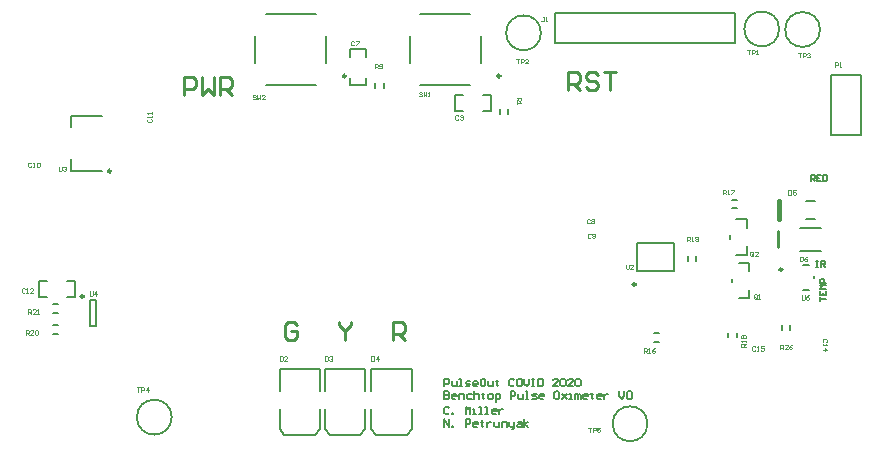
<source format=gto>
G04*
G04 #@! TF.GenerationSoftware,Altium Limited,Altium Designer,20.1.7 (139)*
G04*
G04 Layer_Color=65535*
%FSLAX23Y23*%
%MOIN*%
G70*
G04*
G04 #@! TF.SameCoordinates,7C998F9C-D2B3-43E1-8EDA-AE96681A2DE1*
G04*
G04*
G04 #@! TF.FilePolarity,Positive*
G04*
G01*
G75*
%ADD10C,0.010*%
%ADD11C,0.007*%
%ADD12C,0.007*%
%ADD13C,0.008*%
%ADD14C,0.016*%
%ADD15C,0.010*%
%ADD16C,0.005*%
%ADD17C,0.004*%
D10*
X2305Y554D02*
G03*
X2305Y554I-5J0D01*
G01*
X2794Y604D02*
G03*
X2794Y604I-5J0D01*
G01*
X465Y514D02*
G03*
X465Y514I-5J0D01*
G01*
X1854Y1249D02*
G03*
X1854Y1249I-5J0D01*
G01*
X1339D02*
G03*
X1339Y1249I-5J0D01*
G01*
X556Y932D02*
G03*
X556Y932I-5J0D01*
G01*
D11*
X2919Y1404D02*
G03*
X2919Y1404I-58J0D01*
G01*
X2783Y1406D02*
G03*
X2783Y1406I-58J0D01*
G01*
X1989Y1393D02*
G03*
X1989Y1393I-58J0D01*
G01*
X2344Y90D02*
G03*
X2344Y90I-58J0D01*
G01*
X758Y112D02*
G03*
X758Y112I-58J0D01*
G01*
X1796Y1187D02*
X1822D01*
Y1133D02*
Y1187D01*
X1796Y1133D02*
X1822D01*
X1703D02*
X1728D01*
X1703D02*
Y1187D01*
X1728D01*
X316Y566D02*
X342D01*
X316Y512D02*
Y566D01*
Y512D02*
X342D01*
X410D02*
X436D01*
Y566D01*
X410D02*
X436D01*
X1407Y1312D02*
Y1338D01*
X1353D02*
X1407D01*
X1353Y1312D02*
Y1338D01*
Y1219D02*
Y1244D01*
Y1219D02*
X1407D01*
Y1244D01*
D12*
X2852Y666D02*
X2922D01*
X2852Y744D02*
X2922D01*
D13*
X2872Y833D02*
X2904D01*
X2872Y774D02*
X2904D01*
X2627Y561D02*
Y574D01*
X2648Y508D02*
X2683D01*
Y598D02*
Y627D01*
Y508D02*
Y537D01*
X2648Y627D02*
X2683D01*
X2640Y773D02*
X2675D01*
Y653D02*
Y682D01*
Y744D02*
Y773D01*
X2640Y653D02*
X2675D01*
X2620Y706D02*
Y720D01*
X2507Y633D02*
Y649D01*
X2479Y633D02*
Y649D01*
X2432Y600D02*
Y691D01*
X2310Y600D02*
Y691D01*
X2432D01*
X2310Y600D02*
X2432D01*
X2861Y620D02*
X2883D01*
X2900Y575D02*
Y581D01*
X2861Y536D02*
X2883D01*
X2035Y1358D02*
Y1458D01*
X2635Y1358D02*
Y1458D01*
X2035Y1358D02*
X2635D01*
X2035Y1458D02*
X2635D01*
X1851Y1123D02*
Y1139D01*
X1879Y1123D02*
Y1139D01*
X2625Y836D02*
X2641D01*
X2625Y808D02*
X2641D01*
X2642Y378D02*
Y394D01*
X2614Y378D02*
Y394D01*
X2365Y363D02*
X2381D01*
X2365Y391D02*
X2381D01*
X2819Y402D02*
Y418D01*
X2791Y402D02*
Y418D01*
X2956Y1254D02*
X3056D01*
Y1054D02*
Y1254D01*
X2956Y1054D02*
X3056D01*
X2956D02*
Y1254D01*
X487Y502D02*
X507D01*
X487Y416D02*
X507D01*
X487D02*
Y502D01*
X507Y416D02*
Y502D01*
X364Y460D02*
X380D01*
X364Y488D02*
X380D01*
X364Y418D02*
X380D01*
X364Y390D02*
X380D01*
X1788Y1294D02*
Y1382D01*
X1552Y1294D02*
Y1381D01*
X1587Y1220D02*
X1753D01*
X1587Y1456D02*
X1753D01*
X1437Y1209D02*
Y1225D01*
X1465Y1209D02*
Y1225D01*
X1273Y1294D02*
Y1382D01*
X1037Y1294D02*
Y1381D01*
X1072Y1220D02*
X1238D01*
X1072Y1456D02*
X1238D01*
X1424Y198D02*
Y273D01*
X1558Y198D02*
Y273D01*
X1424D02*
X1558D01*
X1440Y52D02*
X1542D01*
X1424Y72D02*
Y139D01*
X1542Y52D02*
X1558Y72D01*
X1424D02*
X1440Y52D01*
X1558Y72D02*
Y139D01*
X1269Y198D02*
Y273D01*
X1403Y198D02*
Y273D01*
X1269D02*
X1403D01*
X1285Y52D02*
X1387D01*
X1269Y72D02*
Y139D01*
X1387Y52D02*
X1403Y72D01*
X1269D02*
X1285Y52D01*
X1403Y72D02*
Y139D01*
X1118Y198D02*
Y273D01*
X1251Y198D02*
Y273D01*
X1118D02*
X1251D01*
X1133Y52D02*
X1236D01*
X1118Y72D02*
Y139D01*
X1236Y52D02*
X1251Y72D01*
X1118D02*
X1133Y52D01*
X1251Y72D02*
Y139D01*
X423Y1078D02*
Y1116D01*
X525D01*
X423Y934D02*
Y972D01*
Y934D02*
X525D01*
D14*
X2782Y774D02*
Y833D01*
D15*
X2779Y678D02*
Y733D01*
X2079Y1201D02*
Y1261D01*
X2109D01*
X2119Y1251D01*
Y1231D01*
X2109Y1221D01*
X2079D01*
X2099D02*
X2119Y1201D01*
X2179Y1251D02*
X2169Y1261D01*
X2149D01*
X2139Y1251D01*
Y1241D01*
X2149Y1231D01*
X2169D01*
X2179Y1221D01*
Y1211D01*
X2169Y1201D01*
X2149D01*
X2139Y1211D01*
X2199Y1261D02*
X2239D01*
X2219D01*
Y1201D01*
X800Y1187D02*
Y1247D01*
X830D01*
X840Y1237D01*
Y1217D01*
X830Y1207D01*
X800D01*
X860Y1247D02*
Y1187D01*
X880Y1207D01*
X900Y1187D01*
Y1247D01*
X920Y1187D02*
Y1247D01*
X950D01*
X960Y1237D01*
Y1217D01*
X950Y1207D01*
X920D01*
X940D02*
X960Y1187D01*
X1175Y420D02*
X1165Y430D01*
X1145D01*
X1135Y420D01*
Y380D01*
X1145Y370D01*
X1165D01*
X1175Y380D01*
Y400D01*
X1155D01*
X1315Y430D02*
Y420D01*
X1335Y400D01*
X1355Y420D01*
Y430D01*
X1335Y400D02*
Y370D01*
X1495D02*
Y430D01*
X1525D01*
X1535Y420D01*
Y400D01*
X1525Y390D01*
X1495D01*
X1515D02*
X1535Y370D01*
D16*
X2919Y500D02*
Y513D01*
Y507D01*
X2939D01*
X2919Y533D02*
Y520D01*
X2939D01*
Y533D01*
X2929Y520D02*
Y527D01*
X2939Y540D02*
X2919D01*
X2926Y547D01*
X2919Y553D01*
X2939D01*
Y560D02*
X2919D01*
Y570D01*
X2922Y573D01*
X2929D01*
X2932Y570D01*
Y560D01*
X1667Y215D02*
Y240D01*
X1679D01*
X1684Y235D01*
Y227D01*
X1679Y223D01*
X1667D01*
X1692Y231D02*
Y219D01*
X1696Y215D01*
X1709D01*
Y231D01*
X1717Y215D02*
X1725D01*
X1721D01*
Y240D01*
X1717D01*
X1738Y215D02*
X1750D01*
X1754Y219D01*
X1750Y223D01*
X1742D01*
X1738Y227D01*
X1742Y231D01*
X1754D01*
X1775Y215D02*
X1767D01*
X1763Y219D01*
Y227D01*
X1767Y231D01*
X1775D01*
X1779Y227D01*
Y223D01*
X1763D01*
X1800Y240D02*
X1792D01*
X1788Y235D01*
Y219D01*
X1792Y215D01*
X1800D01*
X1804Y219D01*
Y235D01*
X1800Y240D01*
X1813Y231D02*
Y219D01*
X1817Y215D01*
X1829D01*
Y231D01*
X1842Y235D02*
Y231D01*
X1838D01*
X1846D01*
X1842D01*
Y219D01*
X1846Y215D01*
X1900Y235D02*
X1896Y240D01*
X1888D01*
X1884Y235D01*
Y219D01*
X1888Y215D01*
X1896D01*
X1900Y219D01*
X1921Y240D02*
X1913D01*
X1909Y235D01*
Y219D01*
X1913Y215D01*
X1921D01*
X1925Y219D01*
Y235D01*
X1921Y240D01*
X1934D02*
Y223D01*
X1942Y215D01*
X1950Y223D01*
Y240D01*
X1959D02*
X1967D01*
X1963D01*
Y215D01*
X1959D01*
X1967D01*
X1979Y240D02*
Y215D01*
X1992D01*
X1996Y219D01*
Y235D01*
X1992Y240D01*
X1979D01*
X2046Y215D02*
X2029D01*
X2046Y231D01*
Y235D01*
X2042Y240D01*
X2034D01*
X2029Y235D01*
X2054D02*
X2059Y240D01*
X2067D01*
X2071Y235D01*
Y219D01*
X2067Y215D01*
X2059D01*
X2054Y219D01*
Y235D01*
X2096Y215D02*
X2079D01*
X2096Y231D01*
Y235D01*
X2092Y240D01*
X2084D01*
X2079Y235D01*
X2104D02*
X2109Y240D01*
X2117D01*
X2121Y235D01*
Y219D01*
X2117Y215D01*
X2109D01*
X2104Y219D01*
Y235D01*
X1667Y198D02*
Y173D01*
X1679D01*
X1684Y177D01*
Y181D01*
X1679Y185D01*
X1667D01*
X1679D01*
X1684Y189D01*
Y193D01*
X1679Y198D01*
X1667D01*
X1704Y173D02*
X1696D01*
X1692Y177D01*
Y185D01*
X1696Y189D01*
X1704D01*
X1709Y185D01*
Y181D01*
X1692D01*
X1717Y173D02*
Y189D01*
X1729D01*
X1734Y185D01*
Y173D01*
X1759Y189D02*
X1746D01*
X1742Y185D01*
Y177D01*
X1746Y173D01*
X1759D01*
X1767Y198D02*
Y173D01*
Y185D01*
X1771Y189D01*
X1779D01*
X1784Y185D01*
Y173D01*
X1796Y193D02*
Y189D01*
X1792D01*
X1800D01*
X1796D01*
Y177D01*
X1800Y173D01*
X1817D02*
X1825D01*
X1829Y177D01*
Y185D01*
X1825Y189D01*
X1817D01*
X1813Y185D01*
Y177D01*
X1817Y173D01*
X1838Y164D02*
Y189D01*
X1850D01*
X1854Y185D01*
Y177D01*
X1850Y173D01*
X1838D01*
X1888D02*
Y198D01*
X1900D01*
X1904Y193D01*
Y185D01*
X1900Y181D01*
X1888D01*
X1913Y189D02*
Y177D01*
X1917Y173D01*
X1929D01*
Y189D01*
X1938Y173D02*
X1946D01*
X1942D01*
Y198D01*
X1938D01*
X1959Y173D02*
X1971D01*
X1975Y177D01*
X1971Y181D01*
X1963D01*
X1959Y185D01*
X1963Y189D01*
X1975D01*
X1996Y173D02*
X1988D01*
X1984Y177D01*
Y185D01*
X1988Y189D01*
X1996D01*
X2000Y185D01*
Y181D01*
X1984D01*
X2046Y198D02*
X2038D01*
X2034Y193D01*
Y177D01*
X2038Y173D01*
X2046D01*
X2050Y177D01*
Y193D01*
X2046Y198D01*
X2059Y189D02*
X2075Y173D01*
X2067Y181D01*
X2075Y189D01*
X2059Y173D01*
X2084D02*
X2092D01*
X2088D01*
Y189D01*
X2084D01*
X2104Y173D02*
Y189D01*
X2109D01*
X2113Y185D01*
Y173D01*
Y185D01*
X2117Y189D01*
X2121Y185D01*
Y173D01*
X2142D02*
X2134D01*
X2129Y177D01*
Y185D01*
X2134Y189D01*
X2142D01*
X2146Y185D01*
Y181D01*
X2129D01*
X2159Y193D02*
Y189D01*
X2154D01*
X2163D01*
X2159D01*
Y177D01*
X2163Y173D01*
X2188D02*
X2179D01*
X2175Y177D01*
Y185D01*
X2179Y189D01*
X2188D01*
X2192Y185D01*
Y181D01*
X2175D01*
X2200Y189D02*
Y173D01*
Y181D01*
X2204Y185D01*
X2208Y189D01*
X2213D01*
X2250Y198D02*
Y181D01*
X2258Y173D01*
X2267Y181D01*
Y198D01*
X2275Y193D02*
X2279Y198D01*
X2288D01*
X2292Y193D01*
Y177D01*
X2288Y173D01*
X2279D01*
X2275Y177D01*
Y193D01*
X1684Y143D02*
X1679Y147D01*
X1671D01*
X1667Y143D01*
Y126D01*
X1671Y122D01*
X1679D01*
X1684Y126D01*
X1692Y122D02*
Y126D01*
X1696D01*
Y122D01*
X1692D01*
X1738D02*
Y147D01*
X1746Y139D01*
X1754Y147D01*
Y122D01*
X1763D02*
X1771D01*
X1767D01*
Y139D01*
X1763D01*
X1784Y122D02*
X1792D01*
X1788D01*
Y147D01*
X1784D01*
X1804Y122D02*
X1813D01*
X1809D01*
Y147D01*
X1804D01*
X1838Y122D02*
X1829D01*
X1825Y126D01*
Y135D01*
X1829Y139D01*
X1838D01*
X1842Y135D01*
Y131D01*
X1825D01*
X1850Y139D02*
Y122D01*
Y131D01*
X1854Y135D01*
X1859Y139D01*
X1863D01*
X1667Y80D02*
Y105D01*
X1684Y80D01*
Y105D01*
X1692Y80D02*
Y84D01*
X1696D01*
Y80D01*
X1692D01*
X1738D02*
Y105D01*
X1750D01*
X1754Y101D01*
Y93D01*
X1750Y89D01*
X1738D01*
X1775Y80D02*
X1767D01*
X1763Y84D01*
Y93D01*
X1767Y97D01*
X1775D01*
X1779Y93D01*
Y89D01*
X1763D01*
X1792Y101D02*
Y97D01*
X1788D01*
X1796D01*
X1792D01*
Y84D01*
X1796Y80D01*
X1809Y97D02*
Y80D01*
Y89D01*
X1813Y93D01*
X1817Y97D01*
X1821D01*
X1834D02*
Y84D01*
X1838Y80D01*
X1850D01*
Y97D01*
X1859Y80D02*
Y97D01*
X1871D01*
X1875Y93D01*
Y80D01*
X1884Y97D02*
Y84D01*
X1888Y80D01*
X1900D01*
Y76D01*
X1896Y72D01*
X1892D01*
X1900Y80D02*
Y97D01*
X1913D02*
X1921D01*
X1925Y93D01*
Y80D01*
X1913D01*
X1909Y84D01*
X1913Y89D01*
X1925D01*
X1934Y80D02*
Y105D01*
Y89D02*
X1946Y97D01*
X1934Y89D02*
X1946Y80D01*
X2889Y898D02*
Y918D01*
X2899D01*
X2902Y915D01*
Y908D01*
X2899Y905D01*
X2889D01*
X2896D02*
X2902Y898D01*
X2922Y918D02*
X2909D01*
Y898D01*
X2922D01*
X2909Y908D02*
X2916D01*
X2929Y918D02*
Y898D01*
X2939D01*
X2942Y901D01*
Y915D01*
X2939Y918D01*
X2929D01*
X2906Y634D02*
X2913D01*
X2909D01*
Y614D01*
X2906D01*
X2913D01*
X2923D02*
Y634D01*
X2933D01*
X2936Y631D01*
Y624D01*
X2933Y621D01*
X2923D01*
X2929D02*
X2936Y614D01*
D17*
X2853Y647D02*
Y633D01*
X2860D01*
X2863Y635D01*
Y645D01*
X2860Y647D01*
X2853D01*
X2877D02*
X2872Y645D01*
X2867Y640D01*
Y635D01*
X2870Y633D01*
X2875D01*
X2877Y635D01*
Y638D01*
X2875Y640D01*
X2867D01*
X2814Y868D02*
Y853D01*
X2821D01*
X2824Y855D01*
Y865D01*
X2821Y868D01*
X2814D01*
X2838D02*
X2828D01*
Y860D01*
X2833Y863D01*
X2836D01*
X2838Y860D01*
Y855D01*
X2836Y853D01*
X2831D01*
X2828Y855D01*
X2697Y652D02*
Y662D01*
X2694Y664D01*
X2689D01*
X2687Y662D01*
Y652D01*
X2689Y650D01*
X2694D01*
X2692Y655D02*
X2697Y650D01*
X2694D02*
X2697Y652D01*
X2712Y650D02*
X2702D01*
X2712Y659D01*
Y662D01*
X2709Y664D01*
X2704D01*
X2702Y662D01*
X2476Y699D02*
Y713D01*
X2484D01*
X2486Y711D01*
Y706D01*
X2484Y704D01*
X2476D01*
X2481D02*
X2486Y699D01*
X2491D02*
X2496D01*
X2494D01*
Y713D01*
X2491Y711D01*
X2504Y701D02*
X2506Y699D01*
X2511D01*
X2514Y701D01*
Y711D01*
X2511Y713D01*
X2506D01*
X2504Y711D01*
Y708D01*
X2506Y706D01*
X2514D01*
X2272Y620D02*
Y608D01*
X2275Y606D01*
X2280D01*
X2282Y608D01*
Y620D01*
X2297Y606D02*
X2287D01*
X2297Y615D01*
Y618D01*
X2295Y620D01*
X2290D01*
X2287Y618D01*
X2155Y722D02*
X2152Y724D01*
X2147D01*
X2145Y722D01*
Y712D01*
X2147Y709D01*
X2152D01*
X2155Y712D01*
X2160D02*
X2162Y709D01*
X2167D01*
X2170Y712D01*
Y722D01*
X2167Y724D01*
X2162D01*
X2160Y722D01*
Y719D01*
X2162Y717D01*
X2170D01*
X2152Y770D02*
X2150Y773D01*
X2145D01*
X2142Y770D01*
Y760D01*
X2145Y758D01*
X2150D01*
X2152Y760D01*
X2157Y770D02*
X2160Y773D01*
X2165D01*
X2167Y770D01*
Y768D01*
X2165Y765D01*
X2167Y763D01*
Y760D01*
X2165Y758D01*
X2160D01*
X2157Y760D01*
Y763D01*
X2160Y765D01*
X2157Y768D01*
Y770D01*
X2160Y765D02*
X2165D01*
X2858Y518D02*
Y506D01*
X2860Y504D01*
X2865D01*
X2868Y506D01*
Y518D01*
X2882D02*
X2877Y516D01*
X2872Y511D01*
Y506D01*
X2875Y504D01*
X2880D01*
X2882Y506D01*
Y509D01*
X2880Y511D01*
X2872D01*
X2000Y1445D02*
X1995D01*
X1998D01*
Y1433D01*
X1995Y1431D01*
X1993D01*
X1990Y1433D01*
X2005Y1431D02*
X2010D01*
X2007D01*
Y1445D01*
X2005Y1443D01*
X2846Y1326D02*
X2856D01*
X2851D01*
Y1312D01*
X2861D02*
Y1326D01*
X2868D01*
X2871Y1324D01*
Y1319D01*
X2868Y1317D01*
X2861D01*
X2876Y1324D02*
X2878Y1326D01*
X2883D01*
X2886Y1324D01*
Y1321D01*
X2883Y1319D01*
X2881D01*
X2883D01*
X2886Y1317D01*
Y1314D01*
X2883Y1312D01*
X2878D01*
X2876Y1314D01*
X2677Y1336D02*
X2687D01*
X2682D01*
Y1322D01*
X2692D02*
Y1336D01*
X2699D01*
X2701Y1334D01*
Y1329D01*
X2699Y1327D01*
X2692D01*
X2706Y1322D02*
X2711D01*
X2709D01*
Y1336D01*
X2706Y1334D01*
X1714Y1116D02*
X1711Y1118D01*
X1706D01*
X1704Y1116D01*
Y1106D01*
X1706Y1104D01*
X1711D01*
X1714Y1106D01*
X1718Y1116D02*
X1721Y1118D01*
X1726D01*
X1728Y1116D01*
Y1113D01*
X1726Y1111D01*
X1723D01*
X1726D01*
X1728Y1109D01*
Y1106D01*
X1726Y1104D01*
X1721D01*
X1718Y1106D01*
X2596Y855D02*
Y869D01*
X2603D01*
X2606Y867D01*
Y862D01*
X2603Y860D01*
X2596D01*
X2601D02*
X2606Y855D01*
X2611D02*
X2616D01*
X2613D01*
Y869D01*
X2611Y867D01*
X2623Y869D02*
X2633D01*
Y867D01*
X2623Y857D01*
Y855D01*
X2709Y510D02*
Y520D01*
X2707Y522D01*
X2702D01*
X2699Y520D01*
Y510D01*
X2702Y507D01*
X2707D01*
X2704Y512D02*
X2709Y507D01*
X2707D02*
X2709Y510D01*
X2714Y507D02*
X2719D01*
X2716D01*
Y522D01*
X2714Y520D01*
X2671Y347D02*
X2657D01*
Y355D01*
X2659Y357D01*
X2664D01*
X2666Y355D01*
Y347D01*
Y352D02*
X2671Y357D01*
Y362D02*
Y367D01*
Y365D01*
X2657D01*
X2659Y362D01*
Y375D02*
X2657Y377D01*
Y382D01*
X2659Y385D01*
X2662D01*
X2664Y382D01*
X2666Y385D01*
X2669D01*
X2671Y382D01*
Y377D01*
X2669Y375D01*
X2666D01*
X2664Y377D01*
X2662Y375D01*
X2659D01*
X2664Y377D02*
Y382D01*
X2331Y327D02*
Y341D01*
X2339D01*
X2341Y339D01*
Y334D01*
X2339Y332D01*
X2331D01*
X2336D02*
X2341Y327D01*
X2346D02*
X2351D01*
X2349D01*
Y341D01*
X2346Y339D01*
X2369Y341D02*
X2364Y339D01*
X2359Y334D01*
Y329D01*
X2361Y327D01*
X2366D01*
X2369Y329D01*
Y332D01*
X2366Y334D01*
X2359D01*
X2940Y361D02*
X2942Y364D01*
Y369D01*
X2940Y371D01*
X2930D01*
X2928Y369D01*
Y364D01*
X2930Y361D01*
X2928Y356D02*
Y351D01*
Y354D01*
X2942D01*
X2940Y356D01*
X2928Y336D02*
X2942D01*
X2935Y344D01*
Y334D01*
X2787Y339D02*
Y353D01*
X2795D01*
X2797Y351D01*
Y346D01*
X2795Y344D01*
X2787D01*
X2792D02*
X2797Y339D01*
X2812D02*
X2802D01*
X2812Y348D01*
Y351D01*
X2809Y353D01*
X2805D01*
X2802Y351D01*
X2827Y353D02*
X2822Y351D01*
X2817Y346D01*
Y341D01*
X2819Y339D01*
X2824D01*
X2827Y341D01*
Y344D01*
X2824Y346D01*
X2817D01*
X2704Y346D02*
X2702Y348D01*
X2697D01*
X2694Y346D01*
Y336D01*
X2697Y334D01*
X2702D01*
X2704Y336D01*
X2709Y334D02*
X2714D01*
X2712D01*
Y348D01*
X2709Y346D01*
X2732Y348D02*
X2722D01*
Y341D01*
X2727Y343D01*
X2729D01*
X2732Y341D01*
Y336D01*
X2729Y334D01*
X2724D01*
X2722Y336D01*
X2970Y1280D02*
Y1295D01*
X2977D01*
X2980Y1292D01*
Y1287D01*
X2977Y1285D01*
X2970D01*
X2985Y1280D02*
X2990D01*
X2987D01*
Y1295D01*
X2985Y1292D01*
X485Y531D02*
Y519D01*
X487Y517D01*
X492D01*
X495Y519D01*
Y531D01*
X507Y517D02*
Y531D01*
X500Y524D01*
X510D01*
X268Y539D02*
X266Y541D01*
X261D01*
X258Y539D01*
Y529D01*
X261Y527D01*
X266D01*
X268Y529D01*
X273Y527D02*
X278D01*
X276D01*
Y541D01*
X273Y539D01*
X296Y527D02*
X286D01*
X296Y536D01*
Y539D01*
X293Y541D01*
X288D01*
X286Y539D01*
X280Y457D02*
Y471D01*
X287D01*
X290Y469D01*
Y464D01*
X287Y461D01*
X280D01*
X285D02*
X290Y457D01*
X305D02*
X295D01*
X305Y466D01*
Y469D01*
X302Y471D01*
X297D01*
X295Y469D01*
X310Y457D02*
X315D01*
X312D01*
Y471D01*
X310Y469D01*
X272Y387D02*
Y401D01*
X280D01*
X282Y399D01*
Y394D01*
X280Y391D01*
X272D01*
X277D02*
X282Y387D01*
X297D02*
X287D01*
X297Y396D01*
Y399D01*
X295Y401D01*
X290D01*
X287Y399D01*
X302D02*
X305Y401D01*
X310D01*
X312Y399D01*
Y389D01*
X310Y387D01*
X305D01*
X302Y389D01*
Y399D01*
X382Y947D02*
Y935D01*
X384Y933D01*
X389D01*
X392Y935D01*
Y947D01*
X396Y945D02*
X399Y947D01*
X404D01*
X406Y945D01*
Y942D01*
X404Y940D01*
X401D01*
X404D01*
X406Y938D01*
Y935D01*
X404Y933D01*
X399D01*
X396Y935D01*
X2146Y77D02*
X2156D01*
X2151D01*
Y63D01*
X2161D02*
Y77D01*
X2168D01*
X2171Y75D01*
Y70D01*
X2168Y68D01*
X2161D01*
X2186Y77D02*
X2176D01*
Y70D01*
X2181Y72D01*
X2183D01*
X2186Y70D01*
Y65D01*
X2183Y63D01*
X2178D01*
X2176Y65D01*
X642Y212D02*
X652D01*
X647D01*
Y197D01*
X657D02*
Y212D01*
X664D01*
X667Y209D01*
Y204D01*
X664Y202D01*
X657D01*
X679Y197D02*
Y212D01*
X672Y204D01*
X682D01*
X1906Y1305D02*
X1916D01*
X1911D01*
Y1291D01*
X1921D02*
Y1305D01*
X1928D01*
X1931Y1303D01*
Y1298D01*
X1928Y1296D01*
X1921D01*
X1946Y1291D02*
X1936D01*
X1946Y1300D01*
Y1303D01*
X1943Y1305D01*
X1938D01*
X1936Y1303D01*
X1038Y1184D02*
X1035Y1187D01*
X1030D01*
X1028Y1184D01*
Y1182D01*
X1030Y1179D01*
X1035D01*
X1038Y1177D01*
Y1174D01*
X1035Y1172D01*
X1030D01*
X1028Y1174D01*
X1043Y1187D02*
Y1172D01*
X1048Y1177D01*
X1053Y1172D01*
Y1187D01*
X1068Y1172D02*
X1058D01*
X1068Y1182D01*
Y1184D01*
X1065Y1187D01*
X1060D01*
X1058Y1184D01*
X1593Y1194D02*
X1590Y1196D01*
X1585D01*
X1583Y1194D01*
Y1191D01*
X1585Y1189D01*
X1590D01*
X1593Y1187D01*
Y1184D01*
X1590Y1182D01*
X1585D01*
X1583Y1184D01*
X1598Y1196D02*
Y1182D01*
X1602Y1187D01*
X1607Y1182D01*
Y1196D01*
X1612Y1182D02*
X1617D01*
X1615D01*
Y1196D01*
X1612Y1194D01*
X1436Y1275D02*
Y1289D01*
X1443D01*
X1446Y1287D01*
Y1282D01*
X1443Y1280D01*
X1436D01*
X1441D02*
X1446Y1275D01*
X1450Y1277D02*
X1453Y1275D01*
X1458D01*
X1460Y1277D01*
Y1287D01*
X1458Y1289D01*
X1453D01*
X1450Y1287D01*
Y1284D01*
X1453Y1282D01*
X1460D01*
X1908Y1176D02*
X1922D01*
Y1169D01*
X1920Y1166D01*
X1915D01*
X1913Y1169D01*
Y1176D01*
Y1171D02*
X1908Y1166D01*
Y1161D02*
Y1156D01*
Y1159D01*
X1922D01*
X1920Y1161D01*
X1424Y315D02*
Y300D01*
X1431D01*
X1434Y302D01*
Y312D01*
X1431Y315D01*
X1424D01*
X1446Y300D02*
Y315D01*
X1439Y307D01*
X1449D01*
X1269Y315D02*
Y300D01*
X1276D01*
X1279Y302D01*
Y312D01*
X1276Y315D01*
X1269D01*
X1284Y312D02*
X1286Y315D01*
X1291D01*
X1294Y312D01*
Y310D01*
X1291Y307D01*
X1289D01*
X1291D01*
X1294Y305D01*
Y302D01*
X1291Y300D01*
X1286D01*
X1284Y302D01*
X1118Y315D02*
Y300D01*
X1125D01*
X1128Y302D01*
Y312D01*
X1125Y315D01*
X1118D01*
X1143Y300D02*
X1133D01*
X1143Y310D01*
Y312D01*
X1140Y315D01*
X1135D01*
X1133Y312D01*
X679Y1106D02*
X677Y1104D01*
Y1099D01*
X679Y1096D01*
X689D01*
X691Y1099D01*
Y1104D01*
X689Y1106D01*
X691Y1111D02*
Y1116D01*
Y1114D01*
X677D01*
X679Y1111D01*
X691Y1124D02*
Y1129D01*
Y1126D01*
X677D01*
X679Y1124D01*
X290Y958D02*
X288Y960D01*
X283D01*
X280Y958D01*
Y948D01*
X283Y945D01*
X288D01*
X290Y948D01*
X295Y945D02*
X300D01*
X298D01*
Y960D01*
X295Y958D01*
X308D02*
X310Y960D01*
X315D01*
X318Y958D01*
Y948D01*
X315Y945D01*
X310D01*
X308Y948D01*
Y958D01*
X1367Y1363D02*
X1364Y1365D01*
X1359D01*
X1357Y1363D01*
Y1353D01*
X1359Y1351D01*
X1364D01*
X1367Y1353D01*
X1371Y1365D02*
X1381D01*
Y1363D01*
X1371Y1353D01*
Y1351D01*
M02*

</source>
